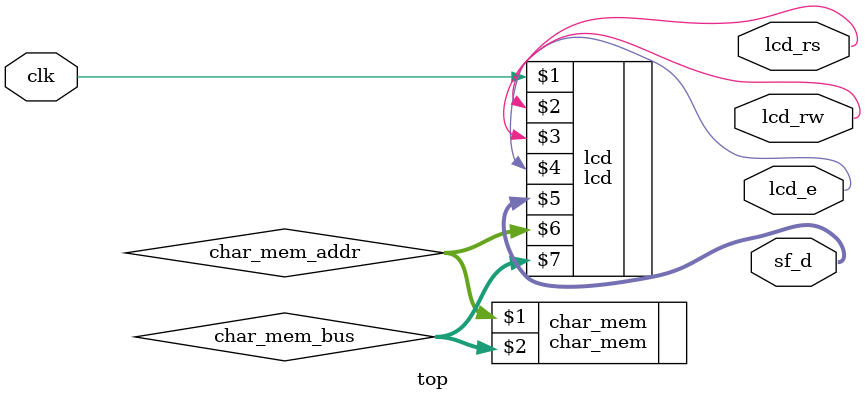
<source format=v>
module top(
	input clk,
	output lcd_rs,
	output lcd_rw,
	output lcd_e,
	output [11:8] sf_d
	);

	wire [7:0] char_mem_bus;
	wire [4:0] char_mem_addr;

	char_mem char_mem (char_mem_addr, char_mem_bus);
	lcd lcd (clk, lcd_rs, lcd_rw, lcd_e, sf_d, char_mem_addr, char_mem_bus);

endmodule

</source>
